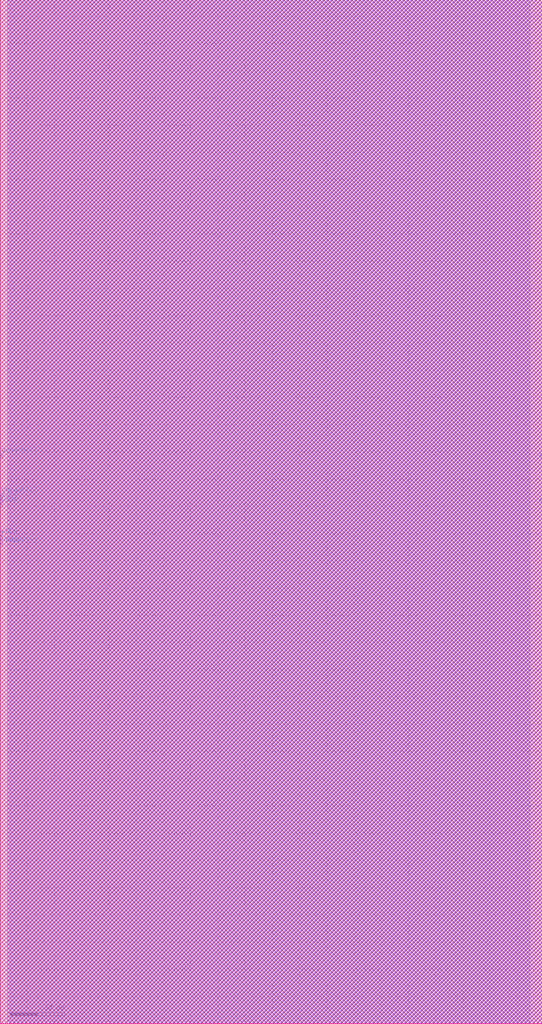
<source format=lef>
VERSION 5.7 ;
  NOWIREEXTENSIONATPIN ON ;
  DIVIDERCHAR "/" ;
  BUSBITCHARS "[]" ;


MACRO analog_wires
  CLASS BLOCK ;
  FOREIGN analog_wires ;
  ORIGIN 0.000 0.000 ;
  SIZE 99.600 BY 188.000 ;
  PIN Iout
    PORT
      LAYER Metal3 ;
        RECT 0.000 95.745 0.400 96.445 ;
    END
  END Iout
  PIN VcascP[1]
    PORT
      LAYER Metal3 ;
        RECT 0.000 103.930 0.400 104.630 ;
    END
  END VcascP[1]
  PIN VcascP[0]
    PORT
      LAYER Metal3 ;
        RECT 0.000 87.560 0.400 88.260 ;
    END
  END VcascP[0]
  PIN VbiasP[1]
    PORT
      LAYER Metal3 ;
        RECT 0.000 96.665 0.400 97.365 ;
    END
  END VbiasP[1]
  PIN VbiasP[0]
    PORT
      LAYER Metal3 ;
        RECT 0.000 87.560 0.400 88.260 ;
    END
  END VbiasP[0]
  PIN VDDA
    PORT
      LAYER Metal3 ;
        RECT 0.000 94.825 0.400 95.525 ;
    END
  END VDDA
  PIN VDDA
    PORT
      LAYER Metal3 ;
        RECT 0.000 88.660 0.400 90.390 ;
    END
  END VDDA
  PIN i_in
    PORT
      LAYER Metal3 ;
        RECT 99.200 103.90 99.600 104.630 ;
    END
  END i_in
  PIN i_out
    PORT
      LAYER Metal3 ;
        RECT 99.200 95.745 99.600 96.445 ;
    END
  END i_out
  OBS
      LAYER GatPoly ;
        RECT 0.000 0.000 99.600 188.000 ;
      LAYER Metal1 ;
        RECT 1.400 0.000 99.600 188.000 ;
      LAYER Metal2 ;
        RECT 0.000 0.000 99.600 188.000 ;
      LAYER Metal3 ;
        RECT 1.700 0.000 97.300 188.000 ;
      LAYER Metal4 ;
        RECT 0.000 0.000 99.600 188.000 ;
      LAYER Metal5 ;
        RECT 0.000 0.000 99.600 188.000 ;
  END
END analog_wires
END LIBRARY

</source>
